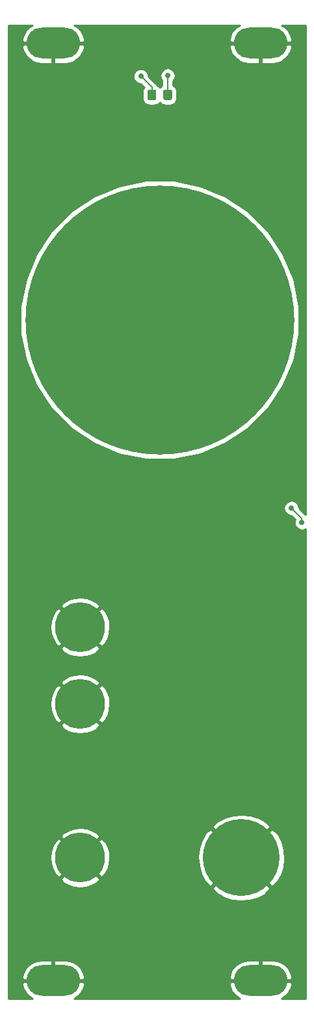
<source format=gtl>
G04 #@! TF.GenerationSoftware,KiCad,Pcbnew,(5.1.9)-1*
G04 #@! TF.CreationDate,2021-04-11T23:26:30+02:00*
G04 #@! TF.ProjectId,KicadJE_VU_Meter,4b696361-644a-4455-9f56-555f4d657465,rev?*
G04 #@! TF.SameCoordinates,Original*
G04 #@! TF.FileFunction,Copper,L1,Top*
G04 #@! TF.FilePolarity,Positive*
%FSLAX46Y46*%
G04 Gerber Fmt 4.6, Leading zero omitted, Abs format (unit mm)*
G04 Created by KiCad (PCBNEW (5.1.9)-1) date 2021-04-11 23:26:30*
%MOMM*%
%LPD*%
G01*
G04 APERTURE LIST*
G04 #@! TA.AperFunction,ComponentPad*
%ADD10C,10.000000*%
G04 #@! TD*
G04 #@! TA.AperFunction,ComponentPad*
%ADD11O,7.000000X4.000000*%
G04 #@! TD*
G04 #@! TA.AperFunction,WasherPad*
%ADD12C,35.000000*%
G04 #@! TD*
G04 #@! TA.AperFunction,ComponentPad*
%ADD13C,6.500000*%
G04 #@! TD*
G04 #@! TA.AperFunction,ViaPad*
%ADD14C,0.700000*%
G04 #@! TD*
G04 #@! TA.AperFunction,Conductor*
%ADD15C,0.150000*%
G04 #@! TD*
G04 #@! TA.AperFunction,Conductor*
%ADD16C,0.254000*%
G04 #@! TD*
G04 APERTURE END LIST*
D10*
X131000000Y-145000000D03*
G04 #@! TA.AperFunction,SMDPad,CuDef*
G36*
G01*
X118760000Y-46170001D02*
X118760000Y-45269999D01*
G75*
G02*
X119009999Y-45020000I249999J0D01*
G01*
X119660001Y-45020000D01*
G75*
G02*
X119910000Y-45269999I0J-249999D01*
G01*
X119910000Y-46170001D01*
G75*
G02*
X119660001Y-46420000I-249999J0D01*
G01*
X119009999Y-46420000D01*
G75*
G02*
X118760000Y-46170001I0J249999D01*
G01*
G37*
G04 #@! TD.AperFunction*
G04 #@! TA.AperFunction,SMDPad,CuDef*
G36*
G01*
X120810000Y-46170001D02*
X120810000Y-45269999D01*
G75*
G02*
X121059999Y-45020000I249999J0D01*
G01*
X121710001Y-45020000D01*
G75*
G02*
X121960000Y-45269999I0J-249999D01*
G01*
X121960000Y-46170001D01*
G75*
G02*
X121710001Y-46420000I-249999J0D01*
G01*
X121059999Y-46420000D01*
G75*
G02*
X120810000Y-46170001I0J249999D01*
G01*
G37*
G04 #@! TD.AperFunction*
D11*
X133500000Y-39000000D03*
X106500000Y-39000000D03*
X106500000Y-161000000D03*
X133500000Y-161000000D03*
D12*
X120360000Y-75000000D03*
D13*
X110000000Y-115000000D03*
X110000000Y-125000000D03*
X110000000Y-145000000D03*
D14*
X134900000Y-52100000D03*
X127764116Y-124235884D03*
X122750000Y-120000000D03*
X122000000Y-107000000D03*
X135750000Y-114500000D03*
X117900000Y-43300000D03*
X121400000Y-43200004D03*
X138869982Y-101369982D03*
X137500000Y-99500000D03*
D15*
X119335000Y-45720000D02*
X119335000Y-44735000D01*
X119335000Y-44735000D02*
X117900000Y-43300000D01*
X121385000Y-43215004D02*
X121400000Y-43200004D01*
X121385000Y-45720000D02*
X121385000Y-43215004D01*
X138869982Y-100869982D02*
X137500000Y-99500000D01*
X138869982Y-101369982D02*
X138869982Y-100869982D01*
D16*
X103430475Y-36879635D02*
X103046970Y-37226576D01*
X102738519Y-37641669D01*
X102516975Y-38108962D01*
X102420333Y-38462838D01*
X102527009Y-38873000D01*
X106373000Y-38873000D01*
X106373000Y-38853000D01*
X106627000Y-38853000D01*
X106627000Y-38873000D01*
X110472991Y-38873000D01*
X110579667Y-38462838D01*
X110483025Y-38108962D01*
X110261481Y-37641669D01*
X109953030Y-37226576D01*
X109569525Y-36879635D01*
X109202314Y-36660000D01*
X130797686Y-36660000D01*
X130430475Y-36879635D01*
X130046970Y-37226576D01*
X129738519Y-37641669D01*
X129516975Y-38108962D01*
X129420333Y-38462838D01*
X129527009Y-38873000D01*
X133373000Y-38873000D01*
X133373000Y-38853000D01*
X133627000Y-38853000D01*
X133627000Y-38873000D01*
X137472991Y-38873000D01*
X137579667Y-38462838D01*
X137483025Y-38108962D01*
X137261481Y-37641669D01*
X136953030Y-37226576D01*
X136569525Y-36879635D01*
X136202314Y-36660000D01*
X139340000Y-36660000D01*
X139340001Y-100335909D01*
X138485000Y-99480909D01*
X138485000Y-99402986D01*
X138447147Y-99212686D01*
X138372896Y-99033428D01*
X138265099Y-98872099D01*
X138127901Y-98734901D01*
X137966572Y-98627104D01*
X137787314Y-98552853D01*
X137597014Y-98515000D01*
X137402986Y-98515000D01*
X137212686Y-98552853D01*
X137033428Y-98627104D01*
X136872099Y-98734901D01*
X136734901Y-98872099D01*
X136627104Y-99033428D01*
X136552853Y-99212686D01*
X136515000Y-99402986D01*
X136515000Y-99597014D01*
X136552853Y-99787314D01*
X136627104Y-99966572D01*
X136734901Y-100127901D01*
X136872099Y-100265099D01*
X137033428Y-100372896D01*
X137212686Y-100447147D01*
X137402986Y-100485000D01*
X137480909Y-100485000D01*
X137968451Y-100972542D01*
X137922835Y-101082668D01*
X137884982Y-101272968D01*
X137884982Y-101466996D01*
X137922835Y-101657296D01*
X137997086Y-101836554D01*
X138104883Y-101997883D01*
X138242081Y-102135081D01*
X138403410Y-102242878D01*
X138582668Y-102317129D01*
X138772968Y-102354982D01*
X138966996Y-102354982D01*
X139157296Y-102317129D01*
X139336554Y-102242878D01*
X139340001Y-102240575D01*
X139340001Y-163340000D01*
X136202314Y-163340000D01*
X136569525Y-163120365D01*
X136953030Y-162773424D01*
X137261481Y-162358331D01*
X137483025Y-161891038D01*
X137579667Y-161537162D01*
X137472991Y-161127000D01*
X133627000Y-161127000D01*
X133627000Y-161147000D01*
X133373000Y-161147000D01*
X133373000Y-161127000D01*
X129527009Y-161127000D01*
X129420333Y-161537162D01*
X129516975Y-161891038D01*
X129738519Y-162358331D01*
X130046970Y-162773424D01*
X130430475Y-163120365D01*
X130797686Y-163340000D01*
X109202314Y-163340000D01*
X109569525Y-163120365D01*
X109953030Y-162773424D01*
X110261481Y-162358331D01*
X110483025Y-161891038D01*
X110579667Y-161537162D01*
X110472991Y-161127000D01*
X106627000Y-161127000D01*
X106627000Y-161147000D01*
X106373000Y-161147000D01*
X106373000Y-161127000D01*
X102527009Y-161127000D01*
X102420333Y-161537162D01*
X102516975Y-161891038D01*
X102738519Y-162358331D01*
X103046970Y-162773424D01*
X103430475Y-163120365D01*
X103797686Y-163340000D01*
X100660000Y-163340000D01*
X100660000Y-160462838D01*
X102420333Y-160462838D01*
X102527009Y-160873000D01*
X106373000Y-160873000D01*
X106373000Y-158365000D01*
X106627000Y-158365000D01*
X106627000Y-160873000D01*
X110472991Y-160873000D01*
X110579667Y-160462838D01*
X129420333Y-160462838D01*
X129527009Y-160873000D01*
X133373000Y-160873000D01*
X133373000Y-158365000D01*
X133627000Y-158365000D01*
X133627000Y-160873000D01*
X137472991Y-160873000D01*
X137579667Y-160462838D01*
X137483025Y-160108962D01*
X137261481Y-159641669D01*
X136953030Y-159226576D01*
X136569525Y-158879635D01*
X136125704Y-158614178D01*
X135638623Y-158440407D01*
X135127000Y-158365000D01*
X133627000Y-158365000D01*
X133373000Y-158365000D01*
X131873000Y-158365000D01*
X131361377Y-158440407D01*
X130874296Y-158614178D01*
X130430475Y-158879635D01*
X130046970Y-159226576D01*
X129738519Y-159641669D01*
X129516975Y-160108962D01*
X129420333Y-160462838D01*
X110579667Y-160462838D01*
X110483025Y-160108962D01*
X110261481Y-159641669D01*
X109953030Y-159226576D01*
X109569525Y-158879635D01*
X109125704Y-158614178D01*
X108638623Y-158440407D01*
X108127000Y-158365000D01*
X106627000Y-158365000D01*
X106373000Y-158365000D01*
X104873000Y-158365000D01*
X104361377Y-158440407D01*
X103874296Y-158614178D01*
X103430475Y-158879635D01*
X103046970Y-159226576D01*
X102738519Y-159641669D01*
X102516975Y-160108962D01*
X102420333Y-160462838D01*
X100660000Y-160462838D01*
X100660000Y-148980339D01*
X127199266Y-148980339D01*
X127775387Y-149654365D01*
X128745368Y-150194024D01*
X129801994Y-150534079D01*
X130904659Y-150661462D01*
X132010987Y-150571279D01*
X133078464Y-150266994D01*
X134066067Y-149760302D01*
X134224613Y-149654365D01*
X134800734Y-148980339D01*
X131000000Y-145179605D01*
X127199266Y-148980339D01*
X100660000Y-148980339D01*
X100660000Y-147736428D01*
X107443177Y-147736428D01*
X107809365Y-148231216D01*
X108481837Y-148596501D01*
X109212650Y-148823575D01*
X109973721Y-148903710D01*
X110735803Y-148833828D01*
X111469608Y-148616614D01*
X112146936Y-148260416D01*
X112190635Y-148231216D01*
X112556823Y-147736428D01*
X110000000Y-145179605D01*
X107443177Y-147736428D01*
X100660000Y-147736428D01*
X100660000Y-144973721D01*
X106096290Y-144973721D01*
X106166172Y-145735803D01*
X106383386Y-146469608D01*
X106739584Y-147146936D01*
X106768784Y-147190635D01*
X107263572Y-147556823D01*
X109820395Y-145000000D01*
X110179605Y-145000000D01*
X112736428Y-147556823D01*
X113231216Y-147190635D01*
X113596501Y-146518163D01*
X113823575Y-145787350D01*
X113903710Y-145026279D01*
X113892558Y-144904659D01*
X125338538Y-144904659D01*
X125428721Y-146010987D01*
X125733006Y-147078464D01*
X126239698Y-148066067D01*
X126345635Y-148224613D01*
X127019661Y-148800734D01*
X130820395Y-145000000D01*
X131179605Y-145000000D01*
X134980339Y-148800734D01*
X135654365Y-148224613D01*
X136194024Y-147254632D01*
X136534079Y-146198006D01*
X136661462Y-145095341D01*
X136571279Y-143989013D01*
X136266994Y-142921536D01*
X135760302Y-141933933D01*
X135654365Y-141775387D01*
X134980339Y-141199266D01*
X131179605Y-145000000D01*
X130820395Y-145000000D01*
X127019661Y-141199266D01*
X126345635Y-141775387D01*
X125805976Y-142745368D01*
X125465921Y-143801994D01*
X125338538Y-144904659D01*
X113892558Y-144904659D01*
X113833828Y-144264197D01*
X113616614Y-143530392D01*
X113260416Y-142853064D01*
X113231216Y-142809365D01*
X112736428Y-142443177D01*
X110179605Y-145000000D01*
X109820395Y-145000000D01*
X107263572Y-142443177D01*
X106768784Y-142809365D01*
X106403499Y-143481837D01*
X106176425Y-144212650D01*
X106096290Y-144973721D01*
X100660000Y-144973721D01*
X100660000Y-142263572D01*
X107443177Y-142263572D01*
X110000000Y-144820395D01*
X112556823Y-142263572D01*
X112190635Y-141768784D01*
X111518163Y-141403499D01*
X110787350Y-141176425D01*
X110026279Y-141096290D01*
X109264197Y-141166172D01*
X108530392Y-141383386D01*
X107853064Y-141739584D01*
X107809365Y-141768784D01*
X107443177Y-142263572D01*
X100660000Y-142263572D01*
X100660000Y-141019661D01*
X127199266Y-141019661D01*
X131000000Y-144820395D01*
X134800734Y-141019661D01*
X134224613Y-140345635D01*
X133254632Y-139805976D01*
X132198006Y-139465921D01*
X131095341Y-139338538D01*
X129989013Y-139428721D01*
X128921536Y-139733006D01*
X127933933Y-140239698D01*
X127775387Y-140345635D01*
X127199266Y-141019661D01*
X100660000Y-141019661D01*
X100660000Y-127736428D01*
X107443177Y-127736428D01*
X107809365Y-128231216D01*
X108481837Y-128596501D01*
X109212650Y-128823575D01*
X109973721Y-128903710D01*
X110735803Y-128833828D01*
X111469608Y-128616614D01*
X112146936Y-128260416D01*
X112190635Y-128231216D01*
X112556823Y-127736428D01*
X110000000Y-125179605D01*
X107443177Y-127736428D01*
X100660000Y-127736428D01*
X100660000Y-124973721D01*
X106096290Y-124973721D01*
X106166172Y-125735803D01*
X106383386Y-126469608D01*
X106739584Y-127146936D01*
X106768784Y-127190635D01*
X107263572Y-127556823D01*
X109820395Y-125000000D01*
X110179605Y-125000000D01*
X112736428Y-127556823D01*
X113231216Y-127190635D01*
X113596501Y-126518163D01*
X113823575Y-125787350D01*
X113903710Y-125026279D01*
X113833828Y-124264197D01*
X113616614Y-123530392D01*
X113260416Y-122853064D01*
X113231216Y-122809365D01*
X112736428Y-122443177D01*
X110179605Y-125000000D01*
X109820395Y-125000000D01*
X107263572Y-122443177D01*
X106768784Y-122809365D01*
X106403499Y-123481837D01*
X106176425Y-124212650D01*
X106096290Y-124973721D01*
X100660000Y-124973721D01*
X100660000Y-122263572D01*
X107443177Y-122263572D01*
X110000000Y-124820395D01*
X112556823Y-122263572D01*
X112190635Y-121768784D01*
X111518163Y-121403499D01*
X110787350Y-121176425D01*
X110026279Y-121096290D01*
X109264197Y-121166172D01*
X108530392Y-121383386D01*
X107853064Y-121739584D01*
X107809365Y-121768784D01*
X107443177Y-122263572D01*
X100660000Y-122263572D01*
X100660000Y-117736428D01*
X107443177Y-117736428D01*
X107809365Y-118231216D01*
X108481837Y-118596501D01*
X109212650Y-118823575D01*
X109973721Y-118903710D01*
X110735803Y-118833828D01*
X111469608Y-118616614D01*
X112146936Y-118260416D01*
X112190635Y-118231216D01*
X112556823Y-117736428D01*
X110000000Y-115179605D01*
X107443177Y-117736428D01*
X100660000Y-117736428D01*
X100660000Y-114973721D01*
X106096290Y-114973721D01*
X106166172Y-115735803D01*
X106383386Y-116469608D01*
X106739584Y-117146936D01*
X106768784Y-117190635D01*
X107263572Y-117556823D01*
X109820395Y-115000000D01*
X110179605Y-115000000D01*
X112736428Y-117556823D01*
X113231216Y-117190635D01*
X113596501Y-116518163D01*
X113823575Y-115787350D01*
X113903710Y-115026279D01*
X113833828Y-114264197D01*
X113616614Y-113530392D01*
X113260416Y-112853064D01*
X113231216Y-112809365D01*
X112736428Y-112443177D01*
X110179605Y-115000000D01*
X109820395Y-115000000D01*
X107263572Y-112443177D01*
X106768784Y-112809365D01*
X106403499Y-113481837D01*
X106176425Y-114212650D01*
X106096290Y-114973721D01*
X100660000Y-114973721D01*
X100660000Y-112263572D01*
X107443177Y-112263572D01*
X110000000Y-114820395D01*
X112556823Y-112263572D01*
X112190635Y-111768784D01*
X111518163Y-111403499D01*
X110787350Y-111176425D01*
X110026279Y-111096290D01*
X109264197Y-111166172D01*
X108530392Y-111383386D01*
X107853064Y-111739584D01*
X107809365Y-111768784D01*
X107443177Y-112263572D01*
X100660000Y-112263572D01*
X100660000Y-73213858D01*
X102225000Y-73213858D01*
X102225000Y-76786142D01*
X102921917Y-80289785D01*
X104288971Y-83590144D01*
X106273625Y-86560389D01*
X108799611Y-89086375D01*
X111769856Y-91071029D01*
X115070215Y-92438083D01*
X118573858Y-93135000D01*
X122146142Y-93135000D01*
X125649785Y-92438083D01*
X128950144Y-91071029D01*
X131920389Y-89086375D01*
X134446375Y-86560389D01*
X136431029Y-83590144D01*
X137798083Y-80289785D01*
X138495000Y-76786142D01*
X138495000Y-73213858D01*
X137798083Y-69710215D01*
X136431029Y-66409856D01*
X134446375Y-63439611D01*
X131920389Y-60913625D01*
X128950144Y-58928971D01*
X125649785Y-57561917D01*
X122146142Y-56865000D01*
X118573858Y-56865000D01*
X115070215Y-57561917D01*
X111769856Y-58928971D01*
X108799611Y-60913625D01*
X106273625Y-63439611D01*
X104288971Y-66409856D01*
X102921917Y-69710215D01*
X102225000Y-73213858D01*
X100660000Y-73213858D01*
X100660000Y-43202986D01*
X116915000Y-43202986D01*
X116915000Y-43397014D01*
X116952853Y-43587314D01*
X117027104Y-43766572D01*
X117134901Y-43927901D01*
X117272099Y-44065099D01*
X117433428Y-44172896D01*
X117612686Y-44247147D01*
X117802986Y-44285000D01*
X117880909Y-44285000D01*
X118317088Y-44721180D01*
X118271595Y-44776613D01*
X118189528Y-44930149D01*
X118138992Y-45096745D01*
X118121928Y-45269999D01*
X118121928Y-46170001D01*
X118138992Y-46343255D01*
X118189528Y-46509851D01*
X118271595Y-46663387D01*
X118382038Y-46797962D01*
X118516613Y-46908405D01*
X118670149Y-46990472D01*
X118836745Y-47041008D01*
X119009999Y-47058072D01*
X119660001Y-47058072D01*
X119833255Y-47041008D01*
X119999851Y-46990472D01*
X120153387Y-46908405D01*
X120287962Y-46797962D01*
X120360000Y-46710184D01*
X120432038Y-46797962D01*
X120566613Y-46908405D01*
X120720149Y-46990472D01*
X120886745Y-47041008D01*
X121059999Y-47058072D01*
X121710001Y-47058072D01*
X121883255Y-47041008D01*
X122049851Y-46990472D01*
X122203387Y-46908405D01*
X122337962Y-46797962D01*
X122448405Y-46663387D01*
X122530472Y-46509851D01*
X122581008Y-46343255D01*
X122598072Y-46170001D01*
X122598072Y-45269999D01*
X122581008Y-45096745D01*
X122530472Y-44930149D01*
X122448405Y-44776613D01*
X122337962Y-44642038D01*
X122203387Y-44531595D01*
X122095000Y-44473661D01*
X122095000Y-43898004D01*
X122165099Y-43827905D01*
X122272896Y-43666576D01*
X122347147Y-43487318D01*
X122385000Y-43297018D01*
X122385000Y-43102990D01*
X122347147Y-42912690D01*
X122272896Y-42733432D01*
X122165099Y-42572103D01*
X122027901Y-42434905D01*
X121866572Y-42327108D01*
X121687314Y-42252857D01*
X121497014Y-42215004D01*
X121302986Y-42215004D01*
X121112686Y-42252857D01*
X120933428Y-42327108D01*
X120772099Y-42434905D01*
X120634901Y-42572103D01*
X120527104Y-42733432D01*
X120452853Y-42912690D01*
X120415000Y-43102990D01*
X120415000Y-43297018D01*
X120452853Y-43487318D01*
X120527104Y-43666576D01*
X120634901Y-43827905D01*
X120675001Y-43868005D01*
X120675000Y-44473660D01*
X120566613Y-44531595D01*
X120432038Y-44642038D01*
X120360000Y-44729816D01*
X120287962Y-44642038D01*
X120153387Y-44531595D01*
X119999851Y-44449528D01*
X119985077Y-44445046D01*
X119928200Y-44338637D01*
X119928199Y-44338635D01*
X119861707Y-44257615D01*
X119839475Y-44230525D01*
X119812384Y-44208292D01*
X118885000Y-43280909D01*
X118885000Y-43202986D01*
X118847147Y-43012686D01*
X118772896Y-42833428D01*
X118665099Y-42672099D01*
X118527901Y-42534901D01*
X118366572Y-42427104D01*
X118187314Y-42352853D01*
X117997014Y-42315000D01*
X117802986Y-42315000D01*
X117612686Y-42352853D01*
X117433428Y-42427104D01*
X117272099Y-42534901D01*
X117134901Y-42672099D01*
X117027104Y-42833428D01*
X116952853Y-43012686D01*
X116915000Y-43202986D01*
X100660000Y-43202986D01*
X100660000Y-39537162D01*
X102420333Y-39537162D01*
X102516975Y-39891038D01*
X102738519Y-40358331D01*
X103046970Y-40773424D01*
X103430475Y-41120365D01*
X103874296Y-41385822D01*
X104361377Y-41559593D01*
X104873000Y-41635000D01*
X106373000Y-41635000D01*
X106373000Y-39127000D01*
X106627000Y-39127000D01*
X106627000Y-41635000D01*
X108127000Y-41635000D01*
X108638623Y-41559593D01*
X109125704Y-41385822D01*
X109569525Y-41120365D01*
X109953030Y-40773424D01*
X110261481Y-40358331D01*
X110483025Y-39891038D01*
X110579667Y-39537162D01*
X129420333Y-39537162D01*
X129516975Y-39891038D01*
X129738519Y-40358331D01*
X130046970Y-40773424D01*
X130430475Y-41120365D01*
X130874296Y-41385822D01*
X131361377Y-41559593D01*
X131873000Y-41635000D01*
X133373000Y-41635000D01*
X133373000Y-39127000D01*
X133627000Y-39127000D01*
X133627000Y-41635000D01*
X135127000Y-41635000D01*
X135638623Y-41559593D01*
X136125704Y-41385822D01*
X136569525Y-41120365D01*
X136953030Y-40773424D01*
X137261481Y-40358331D01*
X137483025Y-39891038D01*
X137579667Y-39537162D01*
X137472991Y-39127000D01*
X133627000Y-39127000D01*
X133373000Y-39127000D01*
X129527009Y-39127000D01*
X129420333Y-39537162D01*
X110579667Y-39537162D01*
X110472991Y-39127000D01*
X106627000Y-39127000D01*
X106373000Y-39127000D01*
X102527009Y-39127000D01*
X102420333Y-39537162D01*
X100660000Y-39537162D01*
X100660000Y-36660000D01*
X103797686Y-36660000D01*
X103430475Y-36879635D01*
G04 #@! TA.AperFunction,Conductor*
D15*
G36*
X103430475Y-36879635D02*
G01*
X103046970Y-37226576D01*
X102738519Y-37641669D01*
X102516975Y-38108962D01*
X102420333Y-38462838D01*
X102527009Y-38873000D01*
X106373000Y-38873000D01*
X106373000Y-38853000D01*
X106627000Y-38853000D01*
X106627000Y-38873000D01*
X110472991Y-38873000D01*
X110579667Y-38462838D01*
X110483025Y-38108962D01*
X110261481Y-37641669D01*
X109953030Y-37226576D01*
X109569525Y-36879635D01*
X109202314Y-36660000D01*
X130797686Y-36660000D01*
X130430475Y-36879635D01*
X130046970Y-37226576D01*
X129738519Y-37641669D01*
X129516975Y-38108962D01*
X129420333Y-38462838D01*
X129527009Y-38873000D01*
X133373000Y-38873000D01*
X133373000Y-38853000D01*
X133627000Y-38853000D01*
X133627000Y-38873000D01*
X137472991Y-38873000D01*
X137579667Y-38462838D01*
X137483025Y-38108962D01*
X137261481Y-37641669D01*
X136953030Y-37226576D01*
X136569525Y-36879635D01*
X136202314Y-36660000D01*
X139340000Y-36660000D01*
X139340001Y-100335909D01*
X138485000Y-99480909D01*
X138485000Y-99402986D01*
X138447147Y-99212686D01*
X138372896Y-99033428D01*
X138265099Y-98872099D01*
X138127901Y-98734901D01*
X137966572Y-98627104D01*
X137787314Y-98552853D01*
X137597014Y-98515000D01*
X137402986Y-98515000D01*
X137212686Y-98552853D01*
X137033428Y-98627104D01*
X136872099Y-98734901D01*
X136734901Y-98872099D01*
X136627104Y-99033428D01*
X136552853Y-99212686D01*
X136515000Y-99402986D01*
X136515000Y-99597014D01*
X136552853Y-99787314D01*
X136627104Y-99966572D01*
X136734901Y-100127901D01*
X136872099Y-100265099D01*
X137033428Y-100372896D01*
X137212686Y-100447147D01*
X137402986Y-100485000D01*
X137480909Y-100485000D01*
X137968451Y-100972542D01*
X137922835Y-101082668D01*
X137884982Y-101272968D01*
X137884982Y-101466996D01*
X137922835Y-101657296D01*
X137997086Y-101836554D01*
X138104883Y-101997883D01*
X138242081Y-102135081D01*
X138403410Y-102242878D01*
X138582668Y-102317129D01*
X138772968Y-102354982D01*
X138966996Y-102354982D01*
X139157296Y-102317129D01*
X139336554Y-102242878D01*
X139340001Y-102240575D01*
X139340001Y-163340000D01*
X136202314Y-163340000D01*
X136569525Y-163120365D01*
X136953030Y-162773424D01*
X137261481Y-162358331D01*
X137483025Y-161891038D01*
X137579667Y-161537162D01*
X137472991Y-161127000D01*
X133627000Y-161127000D01*
X133627000Y-161147000D01*
X133373000Y-161147000D01*
X133373000Y-161127000D01*
X129527009Y-161127000D01*
X129420333Y-161537162D01*
X129516975Y-161891038D01*
X129738519Y-162358331D01*
X130046970Y-162773424D01*
X130430475Y-163120365D01*
X130797686Y-163340000D01*
X109202314Y-163340000D01*
X109569525Y-163120365D01*
X109953030Y-162773424D01*
X110261481Y-162358331D01*
X110483025Y-161891038D01*
X110579667Y-161537162D01*
X110472991Y-161127000D01*
X106627000Y-161127000D01*
X106627000Y-161147000D01*
X106373000Y-161147000D01*
X106373000Y-161127000D01*
X102527009Y-161127000D01*
X102420333Y-161537162D01*
X102516975Y-161891038D01*
X102738519Y-162358331D01*
X103046970Y-162773424D01*
X103430475Y-163120365D01*
X103797686Y-163340000D01*
X100660000Y-163340000D01*
X100660000Y-160462838D01*
X102420333Y-160462838D01*
X102527009Y-160873000D01*
X106373000Y-160873000D01*
X106373000Y-158365000D01*
X106627000Y-158365000D01*
X106627000Y-160873000D01*
X110472991Y-160873000D01*
X110579667Y-160462838D01*
X129420333Y-160462838D01*
X129527009Y-160873000D01*
X133373000Y-160873000D01*
X133373000Y-158365000D01*
X133627000Y-158365000D01*
X133627000Y-160873000D01*
X137472991Y-160873000D01*
X137579667Y-160462838D01*
X137483025Y-160108962D01*
X137261481Y-159641669D01*
X136953030Y-159226576D01*
X136569525Y-158879635D01*
X136125704Y-158614178D01*
X135638623Y-158440407D01*
X135127000Y-158365000D01*
X133627000Y-158365000D01*
X133373000Y-158365000D01*
X131873000Y-158365000D01*
X131361377Y-158440407D01*
X130874296Y-158614178D01*
X130430475Y-158879635D01*
X130046970Y-159226576D01*
X129738519Y-159641669D01*
X129516975Y-160108962D01*
X129420333Y-160462838D01*
X110579667Y-160462838D01*
X110483025Y-160108962D01*
X110261481Y-159641669D01*
X109953030Y-159226576D01*
X109569525Y-158879635D01*
X109125704Y-158614178D01*
X108638623Y-158440407D01*
X108127000Y-158365000D01*
X106627000Y-158365000D01*
X106373000Y-158365000D01*
X104873000Y-158365000D01*
X104361377Y-158440407D01*
X103874296Y-158614178D01*
X103430475Y-158879635D01*
X103046970Y-159226576D01*
X102738519Y-159641669D01*
X102516975Y-160108962D01*
X102420333Y-160462838D01*
X100660000Y-160462838D01*
X100660000Y-148980339D01*
X127199266Y-148980339D01*
X127775387Y-149654365D01*
X128745368Y-150194024D01*
X129801994Y-150534079D01*
X130904659Y-150661462D01*
X132010987Y-150571279D01*
X133078464Y-150266994D01*
X134066067Y-149760302D01*
X134224613Y-149654365D01*
X134800734Y-148980339D01*
X131000000Y-145179605D01*
X127199266Y-148980339D01*
X100660000Y-148980339D01*
X100660000Y-147736428D01*
X107443177Y-147736428D01*
X107809365Y-148231216D01*
X108481837Y-148596501D01*
X109212650Y-148823575D01*
X109973721Y-148903710D01*
X110735803Y-148833828D01*
X111469608Y-148616614D01*
X112146936Y-148260416D01*
X112190635Y-148231216D01*
X112556823Y-147736428D01*
X110000000Y-145179605D01*
X107443177Y-147736428D01*
X100660000Y-147736428D01*
X100660000Y-144973721D01*
X106096290Y-144973721D01*
X106166172Y-145735803D01*
X106383386Y-146469608D01*
X106739584Y-147146936D01*
X106768784Y-147190635D01*
X107263572Y-147556823D01*
X109820395Y-145000000D01*
X110179605Y-145000000D01*
X112736428Y-147556823D01*
X113231216Y-147190635D01*
X113596501Y-146518163D01*
X113823575Y-145787350D01*
X113903710Y-145026279D01*
X113892558Y-144904659D01*
X125338538Y-144904659D01*
X125428721Y-146010987D01*
X125733006Y-147078464D01*
X126239698Y-148066067D01*
X126345635Y-148224613D01*
X127019661Y-148800734D01*
X130820395Y-145000000D01*
X131179605Y-145000000D01*
X134980339Y-148800734D01*
X135654365Y-148224613D01*
X136194024Y-147254632D01*
X136534079Y-146198006D01*
X136661462Y-145095341D01*
X136571279Y-143989013D01*
X136266994Y-142921536D01*
X135760302Y-141933933D01*
X135654365Y-141775387D01*
X134980339Y-141199266D01*
X131179605Y-145000000D01*
X130820395Y-145000000D01*
X127019661Y-141199266D01*
X126345635Y-141775387D01*
X125805976Y-142745368D01*
X125465921Y-143801994D01*
X125338538Y-144904659D01*
X113892558Y-144904659D01*
X113833828Y-144264197D01*
X113616614Y-143530392D01*
X113260416Y-142853064D01*
X113231216Y-142809365D01*
X112736428Y-142443177D01*
X110179605Y-145000000D01*
X109820395Y-145000000D01*
X107263572Y-142443177D01*
X106768784Y-142809365D01*
X106403499Y-143481837D01*
X106176425Y-144212650D01*
X106096290Y-144973721D01*
X100660000Y-144973721D01*
X100660000Y-142263572D01*
X107443177Y-142263572D01*
X110000000Y-144820395D01*
X112556823Y-142263572D01*
X112190635Y-141768784D01*
X111518163Y-141403499D01*
X110787350Y-141176425D01*
X110026279Y-141096290D01*
X109264197Y-141166172D01*
X108530392Y-141383386D01*
X107853064Y-141739584D01*
X107809365Y-141768784D01*
X107443177Y-142263572D01*
X100660000Y-142263572D01*
X100660000Y-141019661D01*
X127199266Y-141019661D01*
X131000000Y-144820395D01*
X134800734Y-141019661D01*
X134224613Y-140345635D01*
X133254632Y-139805976D01*
X132198006Y-139465921D01*
X131095341Y-139338538D01*
X129989013Y-139428721D01*
X128921536Y-139733006D01*
X127933933Y-140239698D01*
X127775387Y-140345635D01*
X127199266Y-141019661D01*
X100660000Y-141019661D01*
X100660000Y-127736428D01*
X107443177Y-127736428D01*
X107809365Y-128231216D01*
X108481837Y-128596501D01*
X109212650Y-128823575D01*
X109973721Y-128903710D01*
X110735803Y-128833828D01*
X111469608Y-128616614D01*
X112146936Y-128260416D01*
X112190635Y-128231216D01*
X112556823Y-127736428D01*
X110000000Y-125179605D01*
X107443177Y-127736428D01*
X100660000Y-127736428D01*
X100660000Y-124973721D01*
X106096290Y-124973721D01*
X106166172Y-125735803D01*
X106383386Y-126469608D01*
X106739584Y-127146936D01*
X106768784Y-127190635D01*
X107263572Y-127556823D01*
X109820395Y-125000000D01*
X110179605Y-125000000D01*
X112736428Y-127556823D01*
X113231216Y-127190635D01*
X113596501Y-126518163D01*
X113823575Y-125787350D01*
X113903710Y-125026279D01*
X113833828Y-124264197D01*
X113616614Y-123530392D01*
X113260416Y-122853064D01*
X113231216Y-122809365D01*
X112736428Y-122443177D01*
X110179605Y-125000000D01*
X109820395Y-125000000D01*
X107263572Y-122443177D01*
X106768784Y-122809365D01*
X106403499Y-123481837D01*
X106176425Y-124212650D01*
X106096290Y-124973721D01*
X100660000Y-124973721D01*
X100660000Y-122263572D01*
X107443177Y-122263572D01*
X110000000Y-124820395D01*
X112556823Y-122263572D01*
X112190635Y-121768784D01*
X111518163Y-121403499D01*
X110787350Y-121176425D01*
X110026279Y-121096290D01*
X109264197Y-121166172D01*
X108530392Y-121383386D01*
X107853064Y-121739584D01*
X107809365Y-121768784D01*
X107443177Y-122263572D01*
X100660000Y-122263572D01*
X100660000Y-117736428D01*
X107443177Y-117736428D01*
X107809365Y-118231216D01*
X108481837Y-118596501D01*
X109212650Y-118823575D01*
X109973721Y-118903710D01*
X110735803Y-118833828D01*
X111469608Y-118616614D01*
X112146936Y-118260416D01*
X112190635Y-118231216D01*
X112556823Y-117736428D01*
X110000000Y-115179605D01*
X107443177Y-117736428D01*
X100660000Y-117736428D01*
X100660000Y-114973721D01*
X106096290Y-114973721D01*
X106166172Y-115735803D01*
X106383386Y-116469608D01*
X106739584Y-117146936D01*
X106768784Y-117190635D01*
X107263572Y-117556823D01*
X109820395Y-115000000D01*
X110179605Y-115000000D01*
X112736428Y-117556823D01*
X113231216Y-117190635D01*
X113596501Y-116518163D01*
X113823575Y-115787350D01*
X113903710Y-115026279D01*
X113833828Y-114264197D01*
X113616614Y-113530392D01*
X113260416Y-112853064D01*
X113231216Y-112809365D01*
X112736428Y-112443177D01*
X110179605Y-115000000D01*
X109820395Y-115000000D01*
X107263572Y-112443177D01*
X106768784Y-112809365D01*
X106403499Y-113481837D01*
X106176425Y-114212650D01*
X106096290Y-114973721D01*
X100660000Y-114973721D01*
X100660000Y-112263572D01*
X107443177Y-112263572D01*
X110000000Y-114820395D01*
X112556823Y-112263572D01*
X112190635Y-111768784D01*
X111518163Y-111403499D01*
X110787350Y-111176425D01*
X110026279Y-111096290D01*
X109264197Y-111166172D01*
X108530392Y-111383386D01*
X107853064Y-111739584D01*
X107809365Y-111768784D01*
X107443177Y-112263572D01*
X100660000Y-112263572D01*
X100660000Y-73213858D01*
X102225000Y-73213858D01*
X102225000Y-76786142D01*
X102921917Y-80289785D01*
X104288971Y-83590144D01*
X106273625Y-86560389D01*
X108799611Y-89086375D01*
X111769856Y-91071029D01*
X115070215Y-92438083D01*
X118573858Y-93135000D01*
X122146142Y-93135000D01*
X125649785Y-92438083D01*
X128950144Y-91071029D01*
X131920389Y-89086375D01*
X134446375Y-86560389D01*
X136431029Y-83590144D01*
X137798083Y-80289785D01*
X138495000Y-76786142D01*
X138495000Y-73213858D01*
X137798083Y-69710215D01*
X136431029Y-66409856D01*
X134446375Y-63439611D01*
X131920389Y-60913625D01*
X128950144Y-58928971D01*
X125649785Y-57561917D01*
X122146142Y-56865000D01*
X118573858Y-56865000D01*
X115070215Y-57561917D01*
X111769856Y-58928971D01*
X108799611Y-60913625D01*
X106273625Y-63439611D01*
X104288971Y-66409856D01*
X102921917Y-69710215D01*
X102225000Y-73213858D01*
X100660000Y-73213858D01*
X100660000Y-43202986D01*
X116915000Y-43202986D01*
X116915000Y-43397014D01*
X116952853Y-43587314D01*
X117027104Y-43766572D01*
X117134901Y-43927901D01*
X117272099Y-44065099D01*
X117433428Y-44172896D01*
X117612686Y-44247147D01*
X117802986Y-44285000D01*
X117880909Y-44285000D01*
X118317088Y-44721180D01*
X118271595Y-44776613D01*
X118189528Y-44930149D01*
X118138992Y-45096745D01*
X118121928Y-45269999D01*
X118121928Y-46170001D01*
X118138992Y-46343255D01*
X118189528Y-46509851D01*
X118271595Y-46663387D01*
X118382038Y-46797962D01*
X118516613Y-46908405D01*
X118670149Y-46990472D01*
X118836745Y-47041008D01*
X119009999Y-47058072D01*
X119660001Y-47058072D01*
X119833255Y-47041008D01*
X119999851Y-46990472D01*
X120153387Y-46908405D01*
X120287962Y-46797962D01*
X120360000Y-46710184D01*
X120432038Y-46797962D01*
X120566613Y-46908405D01*
X120720149Y-46990472D01*
X120886745Y-47041008D01*
X121059999Y-47058072D01*
X121710001Y-47058072D01*
X121883255Y-47041008D01*
X122049851Y-46990472D01*
X122203387Y-46908405D01*
X122337962Y-46797962D01*
X122448405Y-46663387D01*
X122530472Y-46509851D01*
X122581008Y-46343255D01*
X122598072Y-46170001D01*
X122598072Y-45269999D01*
X122581008Y-45096745D01*
X122530472Y-44930149D01*
X122448405Y-44776613D01*
X122337962Y-44642038D01*
X122203387Y-44531595D01*
X122095000Y-44473661D01*
X122095000Y-43898004D01*
X122165099Y-43827905D01*
X122272896Y-43666576D01*
X122347147Y-43487318D01*
X122385000Y-43297018D01*
X122385000Y-43102990D01*
X122347147Y-42912690D01*
X122272896Y-42733432D01*
X122165099Y-42572103D01*
X122027901Y-42434905D01*
X121866572Y-42327108D01*
X121687314Y-42252857D01*
X121497014Y-42215004D01*
X121302986Y-42215004D01*
X121112686Y-42252857D01*
X120933428Y-42327108D01*
X120772099Y-42434905D01*
X120634901Y-42572103D01*
X120527104Y-42733432D01*
X120452853Y-42912690D01*
X120415000Y-43102990D01*
X120415000Y-43297018D01*
X120452853Y-43487318D01*
X120527104Y-43666576D01*
X120634901Y-43827905D01*
X120675001Y-43868005D01*
X120675000Y-44473660D01*
X120566613Y-44531595D01*
X120432038Y-44642038D01*
X120360000Y-44729816D01*
X120287962Y-44642038D01*
X120153387Y-44531595D01*
X119999851Y-44449528D01*
X119985077Y-44445046D01*
X119928200Y-44338637D01*
X119928199Y-44338635D01*
X119861707Y-44257615D01*
X119839475Y-44230525D01*
X119812384Y-44208292D01*
X118885000Y-43280909D01*
X118885000Y-43202986D01*
X118847147Y-43012686D01*
X118772896Y-42833428D01*
X118665099Y-42672099D01*
X118527901Y-42534901D01*
X118366572Y-42427104D01*
X118187314Y-42352853D01*
X117997014Y-42315000D01*
X117802986Y-42315000D01*
X117612686Y-42352853D01*
X117433428Y-42427104D01*
X117272099Y-42534901D01*
X117134901Y-42672099D01*
X117027104Y-42833428D01*
X116952853Y-43012686D01*
X116915000Y-43202986D01*
X100660000Y-43202986D01*
X100660000Y-39537162D01*
X102420333Y-39537162D01*
X102516975Y-39891038D01*
X102738519Y-40358331D01*
X103046970Y-40773424D01*
X103430475Y-41120365D01*
X103874296Y-41385822D01*
X104361377Y-41559593D01*
X104873000Y-41635000D01*
X106373000Y-41635000D01*
X106373000Y-39127000D01*
X106627000Y-39127000D01*
X106627000Y-41635000D01*
X108127000Y-41635000D01*
X108638623Y-41559593D01*
X109125704Y-41385822D01*
X109569525Y-41120365D01*
X109953030Y-40773424D01*
X110261481Y-40358331D01*
X110483025Y-39891038D01*
X110579667Y-39537162D01*
X129420333Y-39537162D01*
X129516975Y-39891038D01*
X129738519Y-40358331D01*
X130046970Y-40773424D01*
X130430475Y-41120365D01*
X130874296Y-41385822D01*
X131361377Y-41559593D01*
X131873000Y-41635000D01*
X133373000Y-41635000D01*
X133373000Y-39127000D01*
X133627000Y-39127000D01*
X133627000Y-41635000D01*
X135127000Y-41635000D01*
X135638623Y-41559593D01*
X136125704Y-41385822D01*
X136569525Y-41120365D01*
X136953030Y-40773424D01*
X137261481Y-40358331D01*
X137483025Y-39891038D01*
X137579667Y-39537162D01*
X137472991Y-39127000D01*
X133627000Y-39127000D01*
X133373000Y-39127000D01*
X129527009Y-39127000D01*
X129420333Y-39537162D01*
X110579667Y-39537162D01*
X110472991Y-39127000D01*
X106627000Y-39127000D01*
X106373000Y-39127000D01*
X102527009Y-39127000D01*
X102420333Y-39537162D01*
X100660000Y-39537162D01*
X100660000Y-36660000D01*
X103797686Y-36660000D01*
X103430475Y-36879635D01*
G37*
G04 #@! TD.AperFunction*
M02*

</source>
